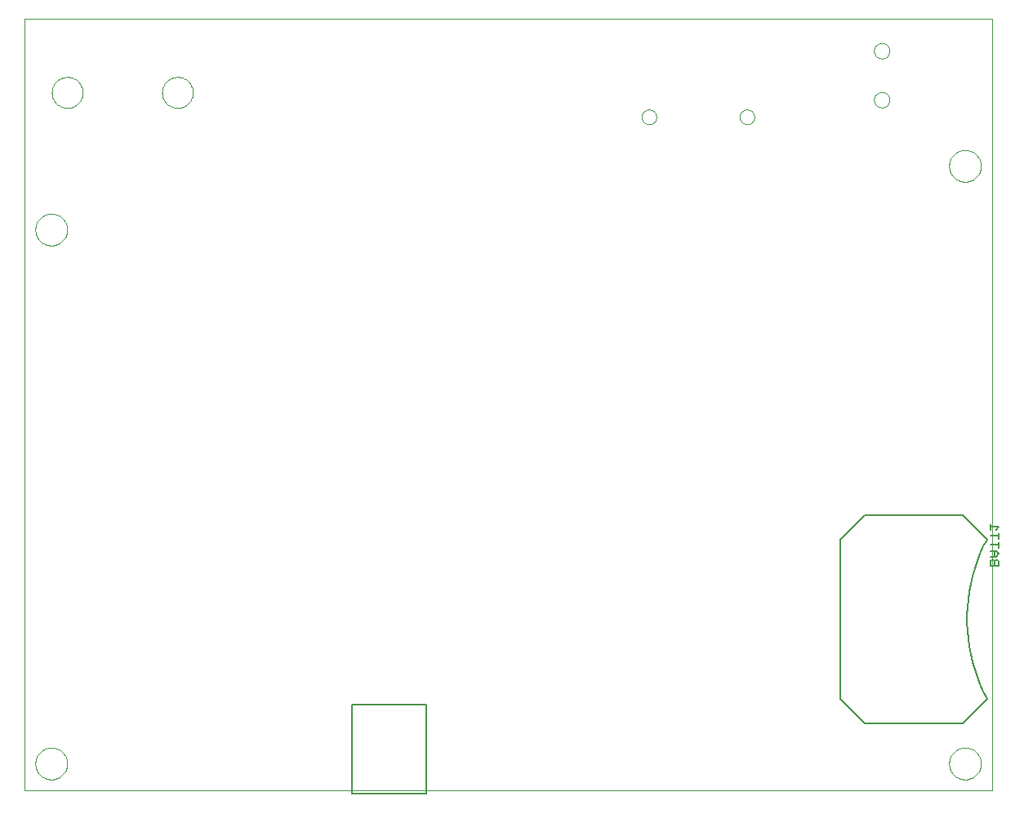
<source format=gbo>
G75*
G70*
%OFA0B0*%
%FSLAX24Y24*%
%IPPOS*%
%LPD*%
%AMOC8*
5,1,8,0,0,1.08239X$1,22.5*
%
%ADD10C,0.0000*%
%ADD11C,0.0050*%
D10*
X000131Y000443D02*
X000131Y031943D01*
X039631Y031943D01*
X039631Y000443D01*
X000131Y000443D01*
X000581Y001543D02*
X000583Y001593D01*
X000589Y001643D01*
X000599Y001693D01*
X000612Y001741D01*
X000629Y001789D01*
X000650Y001835D01*
X000674Y001879D01*
X000702Y001921D01*
X000733Y001961D01*
X000767Y001998D01*
X000804Y002033D01*
X000843Y002064D01*
X000884Y002093D01*
X000928Y002118D01*
X000974Y002140D01*
X001021Y002158D01*
X001069Y002172D01*
X001118Y002183D01*
X001168Y002190D01*
X001218Y002193D01*
X001269Y002192D01*
X001319Y002187D01*
X001369Y002178D01*
X001417Y002166D01*
X001465Y002149D01*
X001511Y002129D01*
X001556Y002106D01*
X001599Y002079D01*
X001639Y002049D01*
X001677Y002016D01*
X001712Y001980D01*
X001745Y001941D01*
X001774Y001900D01*
X001800Y001857D01*
X001823Y001812D01*
X001842Y001765D01*
X001857Y001717D01*
X001869Y001668D01*
X001877Y001618D01*
X001881Y001568D01*
X001881Y001518D01*
X001877Y001468D01*
X001869Y001418D01*
X001857Y001369D01*
X001842Y001321D01*
X001823Y001274D01*
X001800Y001229D01*
X001774Y001186D01*
X001745Y001145D01*
X001712Y001106D01*
X001677Y001070D01*
X001639Y001037D01*
X001599Y001007D01*
X001556Y000980D01*
X001511Y000957D01*
X001465Y000937D01*
X001417Y000920D01*
X001369Y000908D01*
X001319Y000899D01*
X001269Y000894D01*
X001218Y000893D01*
X001168Y000896D01*
X001118Y000903D01*
X001069Y000914D01*
X001021Y000928D01*
X000974Y000946D01*
X000928Y000968D01*
X000884Y000993D01*
X000843Y001022D01*
X000804Y001053D01*
X000767Y001088D01*
X000733Y001125D01*
X000702Y001165D01*
X000674Y001207D01*
X000650Y001251D01*
X000629Y001297D01*
X000612Y001345D01*
X000599Y001393D01*
X000589Y001443D01*
X000583Y001493D01*
X000581Y001543D01*
X000581Y023343D02*
X000583Y023393D01*
X000589Y023443D01*
X000599Y023493D01*
X000612Y023541D01*
X000629Y023589D01*
X000650Y023635D01*
X000674Y023679D01*
X000702Y023721D01*
X000733Y023761D01*
X000767Y023798D01*
X000804Y023833D01*
X000843Y023864D01*
X000884Y023893D01*
X000928Y023918D01*
X000974Y023940D01*
X001021Y023958D01*
X001069Y023972D01*
X001118Y023983D01*
X001168Y023990D01*
X001218Y023993D01*
X001269Y023992D01*
X001319Y023987D01*
X001369Y023978D01*
X001417Y023966D01*
X001465Y023949D01*
X001511Y023929D01*
X001556Y023906D01*
X001599Y023879D01*
X001639Y023849D01*
X001677Y023816D01*
X001712Y023780D01*
X001745Y023741D01*
X001774Y023700D01*
X001800Y023657D01*
X001823Y023612D01*
X001842Y023565D01*
X001857Y023517D01*
X001869Y023468D01*
X001877Y023418D01*
X001881Y023368D01*
X001881Y023318D01*
X001877Y023268D01*
X001869Y023218D01*
X001857Y023169D01*
X001842Y023121D01*
X001823Y023074D01*
X001800Y023029D01*
X001774Y022986D01*
X001745Y022945D01*
X001712Y022906D01*
X001677Y022870D01*
X001639Y022837D01*
X001599Y022807D01*
X001556Y022780D01*
X001511Y022757D01*
X001465Y022737D01*
X001417Y022720D01*
X001369Y022708D01*
X001319Y022699D01*
X001269Y022694D01*
X001218Y022693D01*
X001168Y022696D01*
X001118Y022703D01*
X001069Y022714D01*
X001021Y022728D01*
X000974Y022746D01*
X000928Y022768D01*
X000884Y022793D01*
X000843Y022822D01*
X000804Y022853D01*
X000767Y022888D01*
X000733Y022925D01*
X000702Y022965D01*
X000674Y023007D01*
X000650Y023051D01*
X000629Y023097D01*
X000612Y023145D01*
X000599Y023193D01*
X000589Y023243D01*
X000583Y023293D01*
X000581Y023343D01*
X001251Y028943D02*
X001253Y028993D01*
X001259Y029043D01*
X001269Y029092D01*
X001283Y029140D01*
X001300Y029187D01*
X001321Y029232D01*
X001346Y029276D01*
X001374Y029317D01*
X001406Y029356D01*
X001440Y029393D01*
X001477Y029427D01*
X001517Y029457D01*
X001559Y029484D01*
X001603Y029508D01*
X001649Y029529D01*
X001696Y029545D01*
X001744Y029558D01*
X001794Y029567D01*
X001843Y029572D01*
X001894Y029573D01*
X001944Y029570D01*
X001993Y029563D01*
X002042Y029552D01*
X002090Y029537D01*
X002136Y029519D01*
X002181Y029497D01*
X002224Y029471D01*
X002265Y029442D01*
X002304Y029410D01*
X002340Y029375D01*
X002372Y029337D01*
X002402Y029297D01*
X002429Y029254D01*
X002452Y029210D01*
X002471Y029164D01*
X002487Y029116D01*
X002499Y029067D01*
X002507Y029018D01*
X002511Y028968D01*
X002511Y028918D01*
X002507Y028868D01*
X002499Y028819D01*
X002487Y028770D01*
X002471Y028722D01*
X002452Y028676D01*
X002429Y028632D01*
X002402Y028589D01*
X002372Y028549D01*
X002340Y028511D01*
X002304Y028476D01*
X002265Y028444D01*
X002224Y028415D01*
X002181Y028389D01*
X002136Y028367D01*
X002090Y028349D01*
X002042Y028334D01*
X001993Y028323D01*
X001944Y028316D01*
X001894Y028313D01*
X001843Y028314D01*
X001794Y028319D01*
X001744Y028328D01*
X001696Y028341D01*
X001649Y028357D01*
X001603Y028378D01*
X001559Y028402D01*
X001517Y028429D01*
X001477Y028459D01*
X001440Y028493D01*
X001406Y028530D01*
X001374Y028569D01*
X001346Y028610D01*
X001321Y028654D01*
X001300Y028699D01*
X001283Y028746D01*
X001269Y028794D01*
X001259Y028843D01*
X001253Y028893D01*
X001251Y028943D01*
X005751Y028943D02*
X005753Y028993D01*
X005759Y029043D01*
X005769Y029092D01*
X005783Y029140D01*
X005800Y029187D01*
X005821Y029232D01*
X005846Y029276D01*
X005874Y029317D01*
X005906Y029356D01*
X005940Y029393D01*
X005977Y029427D01*
X006017Y029457D01*
X006059Y029484D01*
X006103Y029508D01*
X006149Y029529D01*
X006196Y029545D01*
X006244Y029558D01*
X006294Y029567D01*
X006343Y029572D01*
X006394Y029573D01*
X006444Y029570D01*
X006493Y029563D01*
X006542Y029552D01*
X006590Y029537D01*
X006636Y029519D01*
X006681Y029497D01*
X006724Y029471D01*
X006765Y029442D01*
X006804Y029410D01*
X006840Y029375D01*
X006872Y029337D01*
X006902Y029297D01*
X006929Y029254D01*
X006952Y029210D01*
X006971Y029164D01*
X006987Y029116D01*
X006999Y029067D01*
X007007Y029018D01*
X007011Y028968D01*
X007011Y028918D01*
X007007Y028868D01*
X006999Y028819D01*
X006987Y028770D01*
X006971Y028722D01*
X006952Y028676D01*
X006929Y028632D01*
X006902Y028589D01*
X006872Y028549D01*
X006840Y028511D01*
X006804Y028476D01*
X006765Y028444D01*
X006724Y028415D01*
X006681Y028389D01*
X006636Y028367D01*
X006590Y028349D01*
X006542Y028334D01*
X006493Y028323D01*
X006444Y028316D01*
X006394Y028313D01*
X006343Y028314D01*
X006294Y028319D01*
X006244Y028328D01*
X006196Y028341D01*
X006149Y028357D01*
X006103Y028378D01*
X006059Y028402D01*
X006017Y028429D01*
X005977Y028459D01*
X005940Y028493D01*
X005906Y028530D01*
X005874Y028569D01*
X005846Y028610D01*
X005821Y028654D01*
X005800Y028699D01*
X005783Y028746D01*
X005769Y028794D01*
X005759Y028843D01*
X005753Y028893D01*
X005751Y028943D01*
X025331Y027943D02*
X025333Y027977D01*
X025339Y028011D01*
X025348Y028044D01*
X025362Y028075D01*
X025379Y028105D01*
X025399Y028133D01*
X025422Y028158D01*
X025448Y028181D01*
X025476Y028200D01*
X025506Y028216D01*
X025538Y028228D01*
X025571Y028237D01*
X025605Y028242D01*
X025640Y028243D01*
X025674Y028240D01*
X025707Y028233D01*
X025740Y028223D01*
X025771Y028208D01*
X025800Y028191D01*
X025827Y028170D01*
X025852Y028146D01*
X025874Y028119D01*
X025892Y028091D01*
X025907Y028060D01*
X025919Y028028D01*
X025927Y027994D01*
X025931Y027960D01*
X025931Y027926D01*
X025927Y027892D01*
X025919Y027858D01*
X025907Y027826D01*
X025892Y027795D01*
X025874Y027767D01*
X025852Y027740D01*
X025827Y027716D01*
X025800Y027695D01*
X025771Y027678D01*
X025740Y027663D01*
X025707Y027653D01*
X025674Y027646D01*
X025640Y027643D01*
X025605Y027644D01*
X025571Y027649D01*
X025538Y027658D01*
X025506Y027670D01*
X025476Y027686D01*
X025448Y027705D01*
X025422Y027728D01*
X025399Y027753D01*
X025379Y027781D01*
X025362Y027811D01*
X025348Y027842D01*
X025339Y027875D01*
X025333Y027909D01*
X025331Y027943D01*
X029331Y027943D02*
X029333Y027977D01*
X029339Y028011D01*
X029348Y028044D01*
X029362Y028075D01*
X029379Y028105D01*
X029399Y028133D01*
X029422Y028158D01*
X029448Y028181D01*
X029476Y028200D01*
X029506Y028216D01*
X029538Y028228D01*
X029571Y028237D01*
X029605Y028242D01*
X029640Y028243D01*
X029674Y028240D01*
X029707Y028233D01*
X029740Y028223D01*
X029771Y028208D01*
X029800Y028191D01*
X029827Y028170D01*
X029852Y028146D01*
X029874Y028119D01*
X029892Y028091D01*
X029907Y028060D01*
X029919Y028028D01*
X029927Y027994D01*
X029931Y027960D01*
X029931Y027926D01*
X029927Y027892D01*
X029919Y027858D01*
X029907Y027826D01*
X029892Y027795D01*
X029874Y027767D01*
X029852Y027740D01*
X029827Y027716D01*
X029800Y027695D01*
X029771Y027678D01*
X029740Y027663D01*
X029707Y027653D01*
X029674Y027646D01*
X029640Y027643D01*
X029605Y027644D01*
X029571Y027649D01*
X029538Y027658D01*
X029506Y027670D01*
X029476Y027686D01*
X029448Y027705D01*
X029422Y027728D01*
X029399Y027753D01*
X029379Y027781D01*
X029362Y027811D01*
X029348Y027842D01*
X029339Y027875D01*
X029333Y027909D01*
X029331Y027943D01*
X034816Y028643D02*
X034818Y028678D01*
X034824Y028713D01*
X034834Y028747D01*
X034847Y028780D01*
X034864Y028811D01*
X034885Y028839D01*
X034908Y028866D01*
X034935Y028889D01*
X034963Y028910D01*
X034994Y028927D01*
X035027Y028940D01*
X035061Y028950D01*
X035096Y028956D01*
X035131Y028958D01*
X035166Y028956D01*
X035201Y028950D01*
X035235Y028940D01*
X035268Y028927D01*
X035299Y028910D01*
X035327Y028889D01*
X035354Y028866D01*
X035377Y028839D01*
X035398Y028811D01*
X035415Y028780D01*
X035428Y028747D01*
X035438Y028713D01*
X035444Y028678D01*
X035446Y028643D01*
X035444Y028608D01*
X035438Y028573D01*
X035428Y028539D01*
X035415Y028506D01*
X035398Y028475D01*
X035377Y028447D01*
X035354Y028420D01*
X035327Y028397D01*
X035299Y028376D01*
X035268Y028359D01*
X035235Y028346D01*
X035201Y028336D01*
X035166Y028330D01*
X035131Y028328D01*
X035096Y028330D01*
X035061Y028336D01*
X035027Y028346D01*
X034994Y028359D01*
X034963Y028376D01*
X034935Y028397D01*
X034908Y028420D01*
X034885Y028447D01*
X034864Y028475D01*
X034847Y028506D01*
X034834Y028539D01*
X034824Y028573D01*
X034818Y028608D01*
X034816Y028643D01*
X034816Y030643D02*
X034818Y030678D01*
X034824Y030713D01*
X034834Y030747D01*
X034847Y030780D01*
X034864Y030811D01*
X034885Y030839D01*
X034908Y030866D01*
X034935Y030889D01*
X034963Y030910D01*
X034994Y030927D01*
X035027Y030940D01*
X035061Y030950D01*
X035096Y030956D01*
X035131Y030958D01*
X035166Y030956D01*
X035201Y030950D01*
X035235Y030940D01*
X035268Y030927D01*
X035299Y030910D01*
X035327Y030889D01*
X035354Y030866D01*
X035377Y030839D01*
X035398Y030811D01*
X035415Y030780D01*
X035428Y030747D01*
X035438Y030713D01*
X035444Y030678D01*
X035446Y030643D01*
X035444Y030608D01*
X035438Y030573D01*
X035428Y030539D01*
X035415Y030506D01*
X035398Y030475D01*
X035377Y030447D01*
X035354Y030420D01*
X035327Y030397D01*
X035299Y030376D01*
X035268Y030359D01*
X035235Y030346D01*
X035201Y030336D01*
X035166Y030330D01*
X035131Y030328D01*
X035096Y030330D01*
X035061Y030336D01*
X035027Y030346D01*
X034994Y030359D01*
X034963Y030376D01*
X034935Y030397D01*
X034908Y030420D01*
X034885Y030447D01*
X034864Y030475D01*
X034847Y030506D01*
X034834Y030539D01*
X034824Y030573D01*
X034818Y030608D01*
X034816Y030643D01*
X037881Y025943D02*
X037883Y025993D01*
X037889Y026043D01*
X037899Y026093D01*
X037912Y026141D01*
X037929Y026189D01*
X037950Y026235D01*
X037974Y026279D01*
X038002Y026321D01*
X038033Y026361D01*
X038067Y026398D01*
X038104Y026433D01*
X038143Y026464D01*
X038184Y026493D01*
X038228Y026518D01*
X038274Y026540D01*
X038321Y026558D01*
X038369Y026572D01*
X038418Y026583D01*
X038468Y026590D01*
X038518Y026593D01*
X038569Y026592D01*
X038619Y026587D01*
X038669Y026578D01*
X038717Y026566D01*
X038765Y026549D01*
X038811Y026529D01*
X038856Y026506D01*
X038899Y026479D01*
X038939Y026449D01*
X038977Y026416D01*
X039012Y026380D01*
X039045Y026341D01*
X039074Y026300D01*
X039100Y026257D01*
X039123Y026212D01*
X039142Y026165D01*
X039157Y026117D01*
X039169Y026068D01*
X039177Y026018D01*
X039181Y025968D01*
X039181Y025918D01*
X039177Y025868D01*
X039169Y025818D01*
X039157Y025769D01*
X039142Y025721D01*
X039123Y025674D01*
X039100Y025629D01*
X039074Y025586D01*
X039045Y025545D01*
X039012Y025506D01*
X038977Y025470D01*
X038939Y025437D01*
X038899Y025407D01*
X038856Y025380D01*
X038811Y025357D01*
X038765Y025337D01*
X038717Y025320D01*
X038669Y025308D01*
X038619Y025299D01*
X038569Y025294D01*
X038518Y025293D01*
X038468Y025296D01*
X038418Y025303D01*
X038369Y025314D01*
X038321Y025328D01*
X038274Y025346D01*
X038228Y025368D01*
X038184Y025393D01*
X038143Y025422D01*
X038104Y025453D01*
X038067Y025488D01*
X038033Y025525D01*
X038002Y025565D01*
X037974Y025607D01*
X037950Y025651D01*
X037929Y025697D01*
X037912Y025745D01*
X037899Y025793D01*
X037889Y025843D01*
X037883Y025893D01*
X037881Y025943D01*
X037881Y001543D02*
X037883Y001593D01*
X037889Y001643D01*
X037899Y001693D01*
X037912Y001741D01*
X037929Y001789D01*
X037950Y001835D01*
X037974Y001879D01*
X038002Y001921D01*
X038033Y001961D01*
X038067Y001998D01*
X038104Y002033D01*
X038143Y002064D01*
X038184Y002093D01*
X038228Y002118D01*
X038274Y002140D01*
X038321Y002158D01*
X038369Y002172D01*
X038418Y002183D01*
X038468Y002190D01*
X038518Y002193D01*
X038569Y002192D01*
X038619Y002187D01*
X038669Y002178D01*
X038717Y002166D01*
X038765Y002149D01*
X038811Y002129D01*
X038856Y002106D01*
X038899Y002079D01*
X038939Y002049D01*
X038977Y002016D01*
X039012Y001980D01*
X039045Y001941D01*
X039074Y001900D01*
X039100Y001857D01*
X039123Y001812D01*
X039142Y001765D01*
X039157Y001717D01*
X039169Y001668D01*
X039177Y001618D01*
X039181Y001568D01*
X039181Y001518D01*
X039177Y001468D01*
X039169Y001418D01*
X039157Y001369D01*
X039142Y001321D01*
X039123Y001274D01*
X039100Y001229D01*
X039074Y001186D01*
X039045Y001145D01*
X039012Y001106D01*
X038977Y001070D01*
X038939Y001037D01*
X038899Y001007D01*
X038856Y000980D01*
X038811Y000957D01*
X038765Y000937D01*
X038717Y000920D01*
X038669Y000908D01*
X038619Y000899D01*
X038569Y000894D01*
X038518Y000893D01*
X038468Y000896D01*
X038418Y000903D01*
X038369Y000914D01*
X038321Y000928D01*
X038274Y000946D01*
X038228Y000968D01*
X038184Y000993D01*
X038143Y001022D01*
X038104Y001053D01*
X038067Y001088D01*
X038033Y001125D01*
X038002Y001165D01*
X037974Y001207D01*
X037950Y001251D01*
X037929Y001297D01*
X037912Y001345D01*
X037899Y001393D01*
X037889Y001443D01*
X037883Y001493D01*
X037881Y001543D01*
D11*
X038431Y003193D02*
X039431Y004193D01*
X038431Y003193D02*
X034431Y003193D01*
X033431Y004193D01*
X033431Y010693D01*
X034431Y011693D01*
X038431Y011693D01*
X039431Y010693D01*
X039556Y010849D02*
X039906Y010849D01*
X039906Y010965D02*
X039906Y010732D01*
X039906Y010597D02*
X039906Y010364D01*
X039906Y010480D02*
X039556Y010480D01*
X039556Y010229D02*
X039790Y010229D01*
X039906Y010112D01*
X039790Y009995D01*
X039556Y009995D01*
X039614Y009860D02*
X039556Y009802D01*
X039556Y009627D01*
X039906Y009627D01*
X039906Y009802D01*
X039848Y009860D01*
X039790Y009860D01*
X039731Y009802D01*
X039731Y009627D01*
X039731Y009802D02*
X039673Y009860D01*
X039614Y009860D01*
X039731Y009995D02*
X039731Y010229D01*
X039790Y011100D02*
X039906Y011217D01*
X039556Y011217D01*
X039556Y011100D02*
X039556Y011334D01*
X039431Y010693D02*
X039284Y010406D01*
X039151Y010112D01*
X039032Y009812D01*
X038927Y009507D01*
X038836Y009198D01*
X038761Y008884D01*
X038700Y008567D01*
X038655Y008248D01*
X038624Y007927D01*
X038609Y007604D01*
X038609Y007282D01*
X038624Y006959D01*
X038655Y006638D01*
X038700Y006319D01*
X038761Y006002D01*
X038836Y005688D01*
X038927Y005379D01*
X039032Y005074D01*
X039151Y004774D01*
X039284Y004480D01*
X039431Y004193D01*
X016547Y003943D02*
X016547Y000301D01*
X013515Y000301D01*
X013515Y003943D01*
X016547Y003943D01*
M02*

</source>
